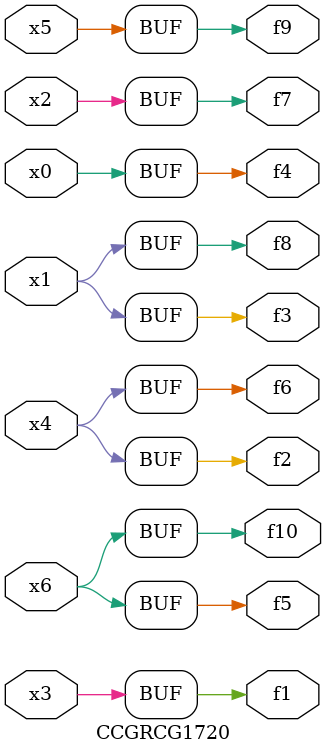
<source format=v>
module CCGRCG1720(
	input x0, x1, x2, x3, x4, x5, x6,
	output f1, f2, f3, f4, f5, f6, f7, f8, f9, f10
);
	assign f1 = x3;
	assign f2 = x4;
	assign f3 = x1;
	assign f4 = x0;
	assign f5 = x6;
	assign f6 = x4;
	assign f7 = x2;
	assign f8 = x1;
	assign f9 = x5;
	assign f10 = x6;
endmodule

</source>
